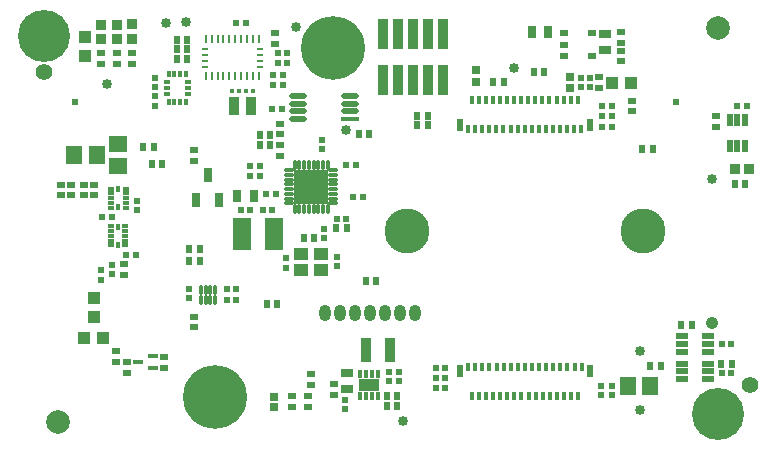
<source format=gts>
G04*
G04 #@! TF.GenerationSoftware,Altium Limited,Altium Designer,23.8.1 (32)*
G04*
G04 Layer_Color=8388736*
%FSLAX44Y44*%
%MOMM*%
G71*
G04*
G04 #@! TF.SameCoordinates,734B7F2F-E986-4DD8-8F6E-206143954E38*
G04*
G04*
G04 #@! TF.FilePolarity,Negative*
G04*
G01*
G75*
%ADD27R,0.5750X0.2500*%
%ADD28R,0.2500X0.6750*%
%ADD44R,0.8000X0.5500*%
%ADD58R,0.6516X0.5516*%
%ADD59R,0.6516X0.7016*%
%ADD60R,0.6216X0.6216*%
%ADD61R,0.6216X0.6216*%
G04:AMPARAMS|DCode=62|XSize=0.3mm|YSize=0.8mm|CornerRadius=0.086mm|HoleSize=0mm|Usage=FLASHONLY|Rotation=180.000|XOffset=0mm|YOffset=0mm|HoleType=Round|Shape=RoundedRectangle|*
%AMROUNDEDRECTD62*
21,1,0.3000,0.6280,0,0,180.0*
21,1,0.1280,0.8000,0,0,180.0*
1,1,0.1720,-0.0640,0.3140*
1,1,0.1720,0.0640,0.3140*
1,1,0.1720,0.0640,-0.3140*
1,1,0.1720,-0.0640,-0.3140*
%
%ADD62ROUNDEDRECTD62*%
%ADD63R,0.3016X0.6016*%
%ADD64R,0.6016X0.3016*%
%ADD65R,0.5766X0.3516*%
%ADD66R,0.3516X0.5766*%
%ADD67C,0.8516*%
%ADD68R,0.5516X0.6516*%
%ADD69R,0.8516X1.5016*%
%ADD70R,0.4616X0.4216*%
%ADD71R,0.9016X2.1016*%
%ADD72R,0.4200X0.6400*%
%ADD73R,1.7400X1.0400*%
%ADD74R,1.0016X0.8016*%
%ADD75R,1.0016X1.1016*%
%ADD76R,0.8016X1.0016*%
%ADD77R,1.4016X1.6016*%
%ADD78R,0.7516X1.2016*%
%ADD79R,1.4916X2.8216*%
%ADD80O,0.8524X0.3524*%
%ADD81O,0.3524X0.8524*%
%ADD82R,2.8524X2.8524*%
%ADD83R,1.3016X1.1016*%
%ADD84R,0.4000X0.7500*%
%ADD85R,0.5000X1.0500*%
%ADD86R,1.0016X0.5016*%
%ADD87R,0.5016X1.0016*%
%ADD88R,1.1016X1.0016*%
%ADD89R,0.8116X0.4016*%
%ADD90R,0.9016X0.9016*%
%ADD91R,0.7516X0.6516*%
%ADD92R,1.6016X1.4016*%
%ADD93O,1.5000X0.4500*%
%ADD94R,1.5000X0.4500*%
%ADD95R,0.9016X0.9016*%
%ADD96R,0.8616X2.5016*%
%ADD97C,2.0000*%
%ADD98C,0.6016*%
%ADD99O,1.0016X1.4016*%
%ADD100C,5.4000*%
%ADD101C,1.4016*%
%ADD102C,3.8016*%
%ADD103C,0.8524*%
%ADD104C,1.0524*%
%ADD105C,4.4032*%
%ADD106C,0.6080*%
%ADD107C,0.5020*%
D27*
X186625Y316125D02*
D03*
X186625Y311125D02*
D03*
Y306125D02*
D03*
X186625Y301125D02*
D03*
X140375D02*
D03*
Y306125D02*
D03*
Y311125D02*
D03*
Y316125D02*
D03*
D28*
X141000Y324250D02*
D03*
X146000D02*
D03*
X151000D02*
D03*
X156000D02*
D03*
X161000D02*
D03*
X166000D02*
D03*
X171000D02*
D03*
X176000D02*
D03*
X181000D02*
D03*
X186000D02*
D03*
X181000Y293000D02*
D03*
X176000D02*
D03*
X171000D02*
D03*
X166000D02*
D03*
X161000D02*
D03*
X156000D02*
D03*
X151000D02*
D03*
X146000D02*
D03*
X141000D02*
D03*
X186000D02*
D03*
D44*
X468039Y329336D02*
D03*
Y310336D02*
D03*
X444039D02*
D03*
X444039Y319836D02*
D03*
X444039Y329336D02*
D03*
D58*
X227330Y13500D02*
D03*
Y22500D02*
D03*
X214000Y13500D02*
D03*
Y22500D02*
D03*
X131000Y89500D02*
D03*
Y80500D02*
D03*
X200000Y320500D02*
D03*
X200000Y329500D02*
D03*
X474218Y292363D02*
D03*
Y283363D02*
D03*
X502000Y263500D02*
D03*
Y272500D02*
D03*
X249682Y32638D02*
D03*
X249682Y23638D02*
D03*
X46482Y201350D02*
D03*
Y192350D02*
D03*
X37846Y201350D02*
D03*
Y192350D02*
D03*
X18542D02*
D03*
Y201350D02*
D03*
X26670Y192350D02*
D03*
Y201350D02*
D03*
X131000Y230458D02*
D03*
Y221458D02*
D03*
X204000Y243912D02*
D03*
Y252912D02*
D03*
Y234500D02*
D03*
X204000Y225500D02*
D03*
X65743Y312624D02*
D03*
Y303624D02*
D03*
X52152Y303705D02*
D03*
Y312705D02*
D03*
X78822Y303705D02*
D03*
Y312705D02*
D03*
X74000Y50953D02*
D03*
Y41953D02*
D03*
X65000Y60500D02*
D03*
Y51500D02*
D03*
X105792Y46453D02*
D03*
X105792Y55453D02*
D03*
X492760Y330500D02*
D03*
Y321500D02*
D03*
X71628Y125004D02*
D03*
X71628Y134004D02*
D03*
X229990Y31822D02*
D03*
Y40822D02*
D03*
X492760Y305683D02*
D03*
Y314683D02*
D03*
X573024Y259500D02*
D03*
Y250500D02*
D03*
D59*
X199000Y12750D02*
D03*
Y21250D02*
D03*
D60*
X127218Y113000D02*
D03*
Y105000D02*
D03*
X202000Y304625D02*
D03*
Y312625D02*
D03*
X210000D02*
D03*
Y304625D02*
D03*
X206000Y286000D02*
D03*
Y294000D02*
D03*
X198000Y294000D02*
D03*
Y286000D02*
D03*
X98000Y268000D02*
D03*
X98000Y276000D02*
D03*
Y292000D02*
D03*
Y284000D02*
D03*
X304758Y43138D02*
D03*
Y35138D02*
D03*
X258704Y19194D02*
D03*
Y11194D02*
D03*
X296258Y43138D02*
D03*
Y35138D02*
D03*
X475938Y23078D02*
D03*
Y31078D02*
D03*
X484828Y31142D02*
D03*
Y23142D02*
D03*
X209000Y139000D02*
D03*
Y131000D02*
D03*
X239000Y239311D02*
D03*
Y231311D02*
D03*
X252064Y132332D02*
D03*
Y140332D02*
D03*
X241165Y163893D02*
D03*
Y155893D02*
D03*
X61880Y125504D02*
D03*
X61880Y133504D02*
D03*
X52000Y129000D02*
D03*
Y121000D02*
D03*
X458354Y283863D02*
D03*
X458354Y291863D02*
D03*
X466344Y291863D02*
D03*
Y283863D02*
D03*
X82365Y179896D02*
D03*
Y187896D02*
D03*
D61*
X167000Y103500D02*
D03*
X159000D02*
D03*
X159000Y113000D02*
D03*
X167000D02*
D03*
X167000Y338000D02*
D03*
X175000D02*
D03*
X205422Y265176D02*
D03*
X197422D02*
D03*
X186825Y217277D02*
D03*
X178825D02*
D03*
X186825Y208895D02*
D03*
X178825D02*
D03*
X192342Y193042D02*
D03*
X200342D02*
D03*
X178622Y179751D02*
D03*
X170623D02*
D03*
X189481Y179930D02*
D03*
X197481D02*
D03*
X274000Y191000D02*
D03*
X266000D02*
D03*
X260000Y218000D02*
D03*
X268000D02*
D03*
X259778Y172575D02*
D03*
X251778D02*
D03*
X335762Y37562D02*
D03*
X343762D02*
D03*
X335762Y29464D02*
D03*
X343762D02*
D03*
X343762Y46333D02*
D03*
X335762Y46333D02*
D03*
X476640Y259194D02*
D03*
X484640D02*
D03*
X484787Y267716D02*
D03*
X476787D02*
D03*
X484640Y250444D02*
D03*
X476640D02*
D03*
X53384Y173990D02*
D03*
X61384Y173990D02*
D03*
X577660Y66294D02*
D03*
X585660D02*
D03*
X577660Y41910D02*
D03*
X585660D02*
D03*
X591000Y268000D02*
D03*
X599000D02*
D03*
X73840Y141732D02*
D03*
X81840D02*
D03*
D62*
X149000Y112500D02*
D03*
X145000D02*
D03*
X141000D02*
D03*
X137000D02*
D03*
Y103500D02*
D03*
X141000Y103500D02*
D03*
X145000Y103500D02*
D03*
X149000D02*
D03*
D63*
X67000Y150500D02*
D03*
Y165500D02*
D03*
X67056Y182500D02*
D03*
Y197500D02*
D03*
D64*
X73000Y150000D02*
D03*
Y154000D02*
D03*
Y158000D02*
D03*
Y162000D02*
D03*
Y166000D02*
D03*
X61000Y150000D02*
D03*
Y154000D02*
D03*
Y158000D02*
D03*
Y162000D02*
D03*
Y166000D02*
D03*
X73056Y194000D02*
D03*
Y186000D02*
D03*
Y190000D02*
D03*
Y198000D02*
D03*
Y182000D02*
D03*
X61056D02*
D03*
Y186000D02*
D03*
Y190000D02*
D03*
Y194000D02*
D03*
Y198000D02*
D03*
D65*
X107875Y278000D02*
D03*
Y288000D02*
D03*
Y283000D02*
D03*
X126125Y278000D02*
D03*
Y288000D02*
D03*
Y283000D02*
D03*
D66*
X124500Y271375D02*
D03*
X109500D02*
D03*
X114500D02*
D03*
X119500D02*
D03*
X124500Y294625D02*
D03*
X109500D02*
D03*
X114500D02*
D03*
X119500D02*
D03*
D67*
X217000Y335000D02*
D03*
X124000Y339000D02*
D03*
X107000Y338000D02*
D03*
X57000Y286512D02*
D03*
X308000Y1000D02*
D03*
X259334Y247396D02*
D03*
X508756Y60532D02*
D03*
Y10160D02*
D03*
X402007Y300000D02*
D03*
D68*
X125495Y307895D02*
D03*
X116495D02*
D03*
X116500Y324000D02*
D03*
X125500Y324000D02*
D03*
X116495Y315932D02*
D03*
X125495D02*
D03*
X329264Y259588D02*
D03*
X320264D02*
D03*
X329264Y251842D02*
D03*
X320264D02*
D03*
X303056Y14018D02*
D03*
X294056D02*
D03*
Y22478D02*
D03*
X303056D02*
D03*
X393537Y288624D02*
D03*
X384538D02*
D03*
X276500Y120000D02*
D03*
X285500D02*
D03*
X195500Y235311D02*
D03*
X186500D02*
D03*
X195500Y243439D02*
D03*
X186500Y243439D02*
D03*
X232800Y155893D02*
D03*
X223800D02*
D03*
X260278Y164592D02*
D03*
X251278D02*
D03*
X126884Y147085D02*
D03*
X135884D02*
D03*
X135884Y137074D02*
D03*
X126884D02*
D03*
X192500Y100000D02*
D03*
X201500D02*
D03*
X427582Y296602D02*
D03*
X418582D02*
D03*
X519500Y231648D02*
D03*
X510500D02*
D03*
X270500Y243840D02*
D03*
X279500D02*
D03*
X104322Y218458D02*
D03*
X95322D02*
D03*
X517470Y47498D02*
D03*
X526470D02*
D03*
X543632Y82804D02*
D03*
X552632D02*
D03*
X586160Y49680D02*
D03*
X577160D02*
D03*
X88210Y233172D02*
D03*
X97210D02*
D03*
X597722Y201714D02*
D03*
X588722D02*
D03*
D69*
X164700Y268000D02*
D03*
X179300D02*
D03*
D70*
X180785Y281051D02*
D03*
X175185D02*
D03*
X163200Y281000D02*
D03*
X168800Y281000D02*
D03*
D71*
X276988Y61008D02*
D03*
X296988D02*
D03*
D72*
X286508Y41452D02*
D03*
X281508D02*
D03*
X276508D02*
D03*
X271508D02*
D03*
X286508Y22452D02*
D03*
X281508Y22452D02*
D03*
X276508D02*
D03*
X271508Y22452D02*
D03*
D73*
X279008Y31953D02*
D03*
D74*
X260758Y28138D02*
D03*
Y42138D02*
D03*
X479291Y329148D02*
D03*
X479291Y315148D02*
D03*
D75*
X54228Y71120D02*
D03*
X38228D02*
D03*
X484760Y287020D02*
D03*
X500760D02*
D03*
D76*
X167443Y191425D02*
D03*
X181443D02*
D03*
X431000Y331000D02*
D03*
X417000D02*
D03*
D77*
X498500Y31142D02*
D03*
X517500Y31142D02*
D03*
X29616Y226412D02*
D03*
X48616D02*
D03*
D78*
X142730Y209500D02*
D03*
X152330Y188500D02*
D03*
X133130D02*
D03*
D79*
X171709Y159316D02*
D03*
X199009D02*
D03*
D80*
X249050Y185507D02*
D03*
X249050Y189507D02*
D03*
X249050Y193507D02*
D03*
X249050Y197507D02*
D03*
Y201507D02*
D03*
Y205507D02*
D03*
Y209507D02*
D03*
Y213507D02*
D03*
X211550D02*
D03*
X211550Y209507D02*
D03*
X211550Y205507D02*
D03*
X211550Y201507D02*
D03*
Y197507D02*
D03*
X211550Y193507D02*
D03*
Y189507D02*
D03*
Y185507D02*
D03*
D81*
X244300Y218257D02*
D03*
X240300D02*
D03*
X236300D02*
D03*
X232300D02*
D03*
X228300D02*
D03*
X224300D02*
D03*
X220300D02*
D03*
X216300D02*
D03*
Y180757D02*
D03*
X220300D02*
D03*
X224300D02*
D03*
X228300D02*
D03*
X232300D02*
D03*
X236300D02*
D03*
X240300D02*
D03*
X244300D02*
D03*
D82*
X230300Y199507D02*
D03*
D83*
X221800Y129427D02*
D03*
X238800Y142427D02*
D03*
X221800D02*
D03*
X238800Y129427D02*
D03*
D84*
X459200Y47067D02*
D03*
X456275Y22567D02*
D03*
X453200Y47067D02*
D03*
X447200D02*
D03*
X441200D02*
D03*
X435200D02*
D03*
X429200D02*
D03*
X423200D02*
D03*
X417200D02*
D03*
X411200D02*
D03*
X405200D02*
D03*
X399200D02*
D03*
X393200D02*
D03*
X387200D02*
D03*
X381200D02*
D03*
X375200D02*
D03*
X369200D02*
D03*
X363200D02*
D03*
X450275Y22567D02*
D03*
X444275D02*
D03*
X438275D02*
D03*
X432275D02*
D03*
X426275D02*
D03*
X420275D02*
D03*
X414275D02*
D03*
X408275D02*
D03*
X402275D02*
D03*
X396275D02*
D03*
X390275D02*
D03*
X384275D02*
D03*
X378275D02*
D03*
X372275D02*
D03*
X366275D02*
D03*
X363082Y248342D02*
D03*
X366007Y272842D02*
D03*
X369082Y248342D02*
D03*
X375082D02*
D03*
X381082D02*
D03*
X387082D02*
D03*
X393082D02*
D03*
X399082D02*
D03*
X405082D02*
D03*
X411082D02*
D03*
X417082D02*
D03*
X423082D02*
D03*
X429082D02*
D03*
X435082D02*
D03*
X441082D02*
D03*
X447082D02*
D03*
X453082D02*
D03*
X459082D02*
D03*
X372007Y272842D02*
D03*
X378007D02*
D03*
X384007D02*
D03*
X390007D02*
D03*
X396007D02*
D03*
X402007D02*
D03*
X408007D02*
D03*
X414007D02*
D03*
X420007D02*
D03*
X426007D02*
D03*
X432007D02*
D03*
X438007D02*
D03*
X444007D02*
D03*
X450007D02*
D03*
X456007D02*
D03*
D85*
X356200Y43567D02*
D03*
X466200D02*
D03*
X466082Y251842D02*
D03*
X356082D02*
D03*
D86*
X566068Y72794D02*
D03*
Y66294D02*
D03*
Y59794D02*
D03*
X544068D02*
D03*
Y66294D02*
D03*
Y72794D02*
D03*
X566068Y49680D02*
D03*
Y43180D02*
D03*
Y36680D02*
D03*
X544068D02*
D03*
Y43180D02*
D03*
Y49680D02*
D03*
D87*
X584500Y256000D02*
D03*
X591000Y256000D02*
D03*
X597500Y256000D02*
D03*
Y234000D02*
D03*
X591000Y234000D02*
D03*
X584500Y234000D02*
D03*
D88*
X46228Y105000D02*
D03*
Y89000D02*
D03*
X39000Y310000D02*
D03*
X39000Y326000D02*
D03*
D89*
X83709Y50953D02*
D03*
X95909Y55953D02*
D03*
Y45953D02*
D03*
D90*
X78822Y324442D02*
D03*
X78822Y336942D02*
D03*
X52152Y324361D02*
D03*
X52152Y336861D02*
D03*
X65743Y336861D02*
D03*
X65743Y324361D02*
D03*
D91*
X448991Y282863D02*
D03*
X448991Y292863D02*
D03*
X370078Y288624D02*
D03*
Y298624D02*
D03*
D92*
X66283Y216912D02*
D03*
Y235912D02*
D03*
D93*
X219300Y276450D02*
D03*
X219300Y269950D02*
D03*
Y256950D02*
D03*
X219300Y263450D02*
D03*
X263300Y276450D02*
D03*
X263300Y269950D02*
D03*
X263300Y263450D02*
D03*
D94*
X263300Y256950D02*
D03*
D95*
X601250Y215000D02*
D03*
X588750Y215000D02*
D03*
D96*
X341884Y328618D02*
D03*
X329184D02*
D03*
X316484D02*
D03*
X303784D02*
D03*
X291084D02*
D03*
X341884Y289618D02*
D03*
X329184Y289618D02*
D03*
X316484D02*
D03*
X303784D02*
D03*
X291084D02*
D03*
D97*
X15494Y0D02*
D03*
X575000Y334000D02*
D03*
D98*
X538800Y271000D02*
D03*
X30000D02*
D03*
D99*
X241760Y92660D02*
D03*
X254460D02*
D03*
X267160D02*
D03*
X279860D02*
D03*
X292560D02*
D03*
X305260D02*
D03*
X317960D02*
D03*
D100*
X248860Y316990D02*
D03*
X148880Y21400D02*
D03*
D101*
X601440Y31310D02*
D03*
X4440Y296990D02*
D03*
D102*
X511100Y162000D02*
D03*
X311300D02*
D03*
D103*
X569590Y206034D02*
D03*
D104*
Y84034D02*
D03*
D105*
X4460Y326960D02*
D03*
X574460Y6960D02*
D03*
D106*
X228110Y316990D02*
D03*
X269610D02*
D03*
X248860Y337740D02*
D03*
Y296240D02*
D03*
D107*
X128130Y21400D02*
D03*
X169630D02*
D03*
X148880Y650D02*
D03*
Y42150D02*
D03*
M02*

</source>
